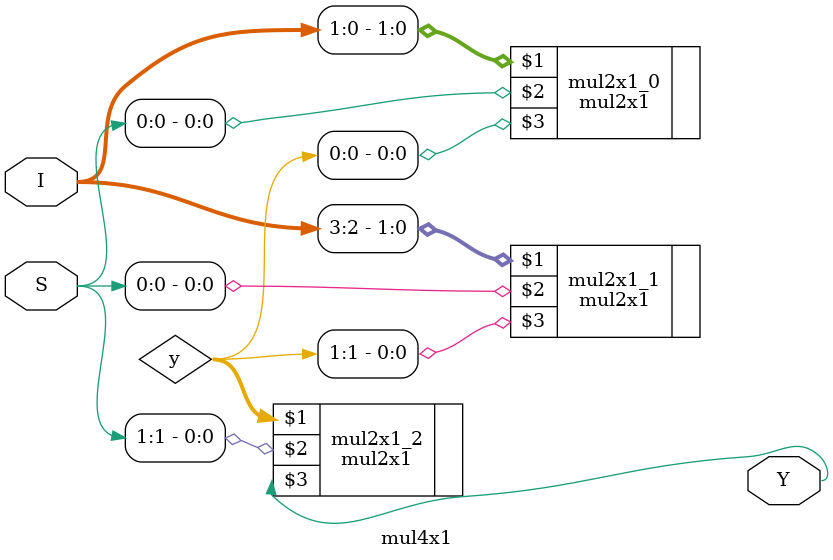
<source format=v>
module mul4x1(I,S,Y);
input [3:0] I;
input [1:0] S;
output Y;

wire [1:0] y;

mul2x1 mul2x1_0({I[1],I[0]}, S[0], y[0]);
mul2x1 mul2x1_1({I[3],I[2]}, S[0], y[1]);
mul2x1 mul2x1_2(y, S[1], Y);

endmodule 
</source>
